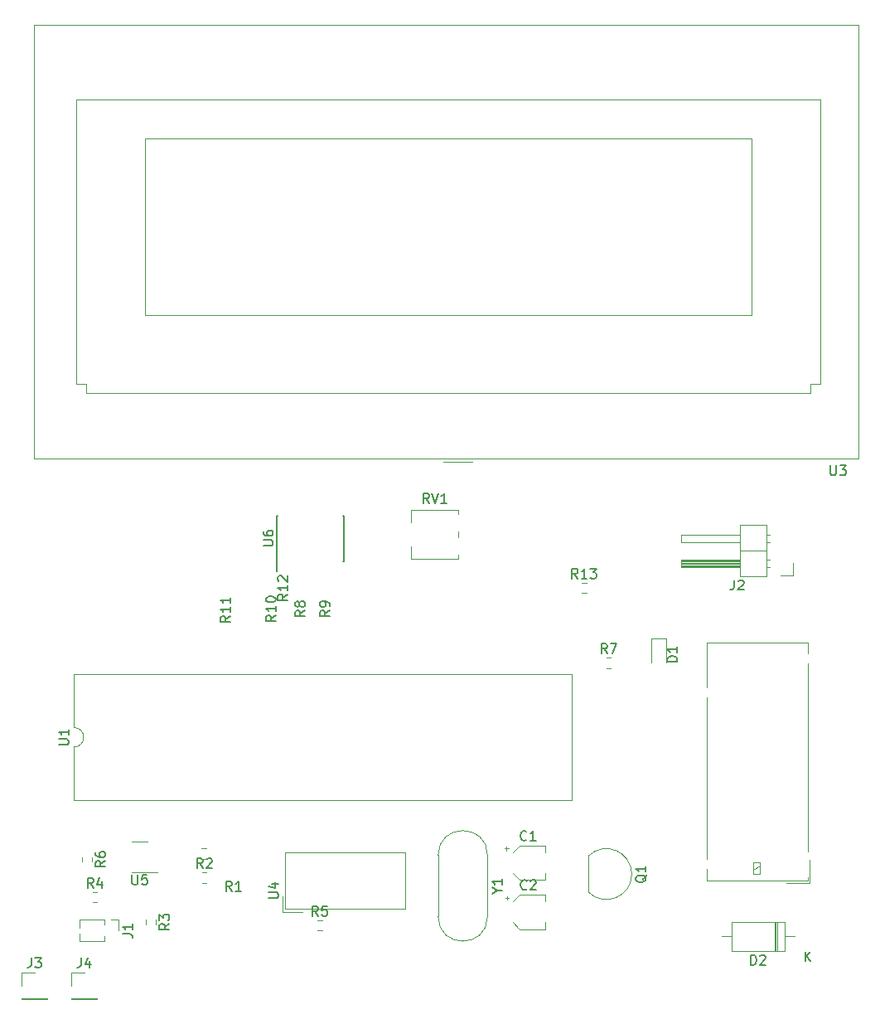
<source format=gbr>
%TF.GenerationSoftware,KiCad,Pcbnew,7.0.9-7.0.9~ubuntu22.04.1*%
%TF.CreationDate,2023-12-03T21:32:25-03:00*%
%TF.ProjectId,smart_watering_system,736d6172-745f-4776-9174-6572696e675f,rev?*%
%TF.SameCoordinates,Original*%
%TF.FileFunction,Legend,Top*%
%TF.FilePolarity,Positive*%
%FSLAX46Y46*%
G04 Gerber Fmt 4.6, Leading zero omitted, Abs format (unit mm)*
G04 Created by KiCad (PCBNEW 7.0.9-7.0.9~ubuntu22.04.1) date 2023-12-03 21:32:25*
%MOMM*%
%LPD*%
G01*
G04 APERTURE LIST*
%ADD10C,0.150000*%
%ADD11C,0.120000*%
G04 APERTURE END LIST*
D10*
X73326666Y-157144819D02*
X73326666Y-157859104D01*
X73326666Y-157859104D02*
X73279047Y-158001961D01*
X73279047Y-158001961D02*
X73183809Y-158097200D01*
X73183809Y-158097200D02*
X73040952Y-158144819D01*
X73040952Y-158144819D02*
X72945714Y-158144819D01*
X74231428Y-157478152D02*
X74231428Y-158144819D01*
X73993333Y-157097200D02*
X73755238Y-157811485D01*
X73755238Y-157811485D02*
X74374285Y-157811485D01*
X68246666Y-157144819D02*
X68246666Y-157859104D01*
X68246666Y-157859104D02*
X68199047Y-158001961D01*
X68199047Y-158001961D02*
X68103809Y-158097200D01*
X68103809Y-158097200D02*
X67960952Y-158144819D01*
X67960952Y-158144819D02*
X67865714Y-158144819D01*
X68627619Y-157144819D02*
X69246666Y-157144819D01*
X69246666Y-157144819D02*
X68913333Y-157525771D01*
X68913333Y-157525771D02*
X69056190Y-157525771D01*
X69056190Y-157525771D02*
X69151428Y-157573390D01*
X69151428Y-157573390D02*
X69199047Y-157621009D01*
X69199047Y-157621009D02*
X69246666Y-157716247D01*
X69246666Y-157716247D02*
X69246666Y-157954342D01*
X69246666Y-157954342D02*
X69199047Y-158049580D01*
X69199047Y-158049580D02*
X69151428Y-158097200D01*
X69151428Y-158097200D02*
X69056190Y-158144819D01*
X69056190Y-158144819D02*
X68770476Y-158144819D01*
X68770476Y-158144819D02*
X68675238Y-158097200D01*
X68675238Y-158097200D02*
X68627619Y-158049580D01*
X140061666Y-118564819D02*
X140061666Y-119279104D01*
X140061666Y-119279104D02*
X140014047Y-119421961D01*
X140014047Y-119421961D02*
X139918809Y-119517200D01*
X139918809Y-119517200D02*
X139775952Y-119564819D01*
X139775952Y-119564819D02*
X139680714Y-119564819D01*
X140490238Y-118660057D02*
X140537857Y-118612438D01*
X140537857Y-118612438D02*
X140633095Y-118564819D01*
X140633095Y-118564819D02*
X140871190Y-118564819D01*
X140871190Y-118564819D02*
X140966428Y-118612438D01*
X140966428Y-118612438D02*
X141014047Y-118660057D01*
X141014047Y-118660057D02*
X141061666Y-118755295D01*
X141061666Y-118755295D02*
X141061666Y-118850533D01*
X141061666Y-118850533D02*
X141014047Y-118993390D01*
X141014047Y-118993390D02*
X140442619Y-119564819D01*
X140442619Y-119564819D02*
X141061666Y-119564819D01*
X88564819Y-122243700D02*
X88088628Y-122577033D01*
X88564819Y-122815128D02*
X87564819Y-122815128D01*
X87564819Y-122815128D02*
X87564819Y-122434176D01*
X87564819Y-122434176D02*
X87612438Y-122338938D01*
X87612438Y-122338938D02*
X87660057Y-122291319D01*
X87660057Y-122291319D02*
X87755295Y-122243700D01*
X87755295Y-122243700D02*
X87898152Y-122243700D01*
X87898152Y-122243700D02*
X87993390Y-122291319D01*
X87993390Y-122291319D02*
X88041009Y-122338938D01*
X88041009Y-122338938D02*
X88088628Y-122434176D01*
X88088628Y-122434176D02*
X88088628Y-122815128D01*
X88564819Y-121291319D02*
X88564819Y-121862747D01*
X88564819Y-121577033D02*
X87564819Y-121577033D01*
X87564819Y-121577033D02*
X87707676Y-121672271D01*
X87707676Y-121672271D02*
X87802914Y-121767509D01*
X87802914Y-121767509D02*
X87850533Y-121862747D01*
X88564819Y-120338938D02*
X88564819Y-120910366D01*
X88564819Y-120624652D02*
X87564819Y-120624652D01*
X87564819Y-120624652D02*
X87707676Y-120719890D01*
X87707676Y-120719890D02*
X87802914Y-120815128D01*
X87802914Y-120815128D02*
X87850533Y-120910366D01*
X115842546Y-150270334D02*
X116318737Y-150270334D01*
X115318737Y-150603667D02*
X115842546Y-150270334D01*
X115842546Y-150270334D02*
X115318737Y-149937001D01*
X116318737Y-149079858D02*
X116318737Y-149651286D01*
X116318737Y-149365572D02*
X115318737Y-149365572D01*
X115318737Y-149365572D02*
X115461594Y-149460810D01*
X115461594Y-149460810D02*
X115556832Y-149556048D01*
X115556832Y-149556048D02*
X115604451Y-149651286D01*
X97558247Y-152855243D02*
X97224914Y-152379052D01*
X96986819Y-152855243D02*
X96986819Y-151855243D01*
X96986819Y-151855243D02*
X97367771Y-151855243D01*
X97367771Y-151855243D02*
X97463009Y-151902862D01*
X97463009Y-151902862D02*
X97510628Y-151950481D01*
X97510628Y-151950481D02*
X97558247Y-152045719D01*
X97558247Y-152045719D02*
X97558247Y-152188576D01*
X97558247Y-152188576D02*
X97510628Y-152283814D01*
X97510628Y-152283814D02*
X97463009Y-152331433D01*
X97463009Y-152331433D02*
X97367771Y-152379052D01*
X97367771Y-152379052D02*
X96986819Y-152379052D01*
X98463009Y-151855243D02*
X97986819Y-151855243D01*
X97986819Y-151855243D02*
X97939200Y-152331433D01*
X97939200Y-152331433D02*
X97986819Y-152283814D01*
X97986819Y-152283814D02*
X98082057Y-152236195D01*
X98082057Y-152236195D02*
X98320152Y-152236195D01*
X98320152Y-152236195D02*
X98415390Y-152283814D01*
X98415390Y-152283814D02*
X98463009Y-152331433D01*
X98463009Y-152331433D02*
X98510628Y-152426671D01*
X98510628Y-152426671D02*
X98510628Y-152664766D01*
X98510628Y-152664766D02*
X98463009Y-152760004D01*
X98463009Y-152760004D02*
X98415390Y-152807624D01*
X98415390Y-152807624D02*
X98320152Y-152855243D01*
X98320152Y-152855243D02*
X98082057Y-152855243D01*
X98082057Y-152855243D02*
X97986819Y-152807624D01*
X97986819Y-152807624D02*
X97939200Y-152760004D01*
X108884761Y-110714819D02*
X108551428Y-110238628D01*
X108313333Y-110714819D02*
X108313333Y-109714819D01*
X108313333Y-109714819D02*
X108694285Y-109714819D01*
X108694285Y-109714819D02*
X108789523Y-109762438D01*
X108789523Y-109762438D02*
X108837142Y-109810057D01*
X108837142Y-109810057D02*
X108884761Y-109905295D01*
X108884761Y-109905295D02*
X108884761Y-110048152D01*
X108884761Y-110048152D02*
X108837142Y-110143390D01*
X108837142Y-110143390D02*
X108789523Y-110191009D01*
X108789523Y-110191009D02*
X108694285Y-110238628D01*
X108694285Y-110238628D02*
X108313333Y-110238628D01*
X109170476Y-109714819D02*
X109503809Y-110714819D01*
X109503809Y-110714819D02*
X109837142Y-109714819D01*
X110694285Y-110714819D02*
X110122857Y-110714819D01*
X110408571Y-110714819D02*
X110408571Y-109714819D01*
X110408571Y-109714819D02*
X110313333Y-109857676D01*
X110313333Y-109857676D02*
X110218095Y-109952914D01*
X110218095Y-109952914D02*
X110122857Y-110000533D01*
X134247375Y-126901604D02*
X133247375Y-126901604D01*
X133247375Y-126901604D02*
X133247375Y-126663509D01*
X133247375Y-126663509D02*
X133294994Y-126520652D01*
X133294994Y-126520652D02*
X133390232Y-126425414D01*
X133390232Y-126425414D02*
X133485470Y-126377795D01*
X133485470Y-126377795D02*
X133675946Y-126330176D01*
X133675946Y-126330176D02*
X133818803Y-126330176D01*
X133818803Y-126330176D02*
X134009279Y-126377795D01*
X134009279Y-126377795D02*
X134104517Y-126425414D01*
X134104517Y-126425414D02*
X134199756Y-126520652D01*
X134199756Y-126520652D02*
X134247375Y-126663509D01*
X134247375Y-126663509D02*
X134247375Y-126901604D01*
X134247375Y-125377795D02*
X134247375Y-125949223D01*
X134247375Y-125663509D02*
X133247375Y-125663509D01*
X133247375Y-125663509D02*
X133390232Y-125758747D01*
X133390232Y-125758747D02*
X133485470Y-125853985D01*
X133485470Y-125853985D02*
X133533089Y-125949223D01*
X94434819Y-120022857D02*
X93958628Y-120356190D01*
X94434819Y-120594285D02*
X93434819Y-120594285D01*
X93434819Y-120594285D02*
X93434819Y-120213333D01*
X93434819Y-120213333D02*
X93482438Y-120118095D01*
X93482438Y-120118095D02*
X93530057Y-120070476D01*
X93530057Y-120070476D02*
X93625295Y-120022857D01*
X93625295Y-120022857D02*
X93768152Y-120022857D01*
X93768152Y-120022857D02*
X93863390Y-120070476D01*
X93863390Y-120070476D02*
X93911009Y-120118095D01*
X93911009Y-120118095D02*
X93958628Y-120213333D01*
X93958628Y-120213333D02*
X93958628Y-120594285D01*
X94434819Y-119070476D02*
X94434819Y-119641904D01*
X94434819Y-119356190D02*
X93434819Y-119356190D01*
X93434819Y-119356190D02*
X93577676Y-119451428D01*
X93577676Y-119451428D02*
X93672914Y-119546666D01*
X93672914Y-119546666D02*
X93720533Y-119641904D01*
X93530057Y-118689523D02*
X93482438Y-118641904D01*
X93482438Y-118641904D02*
X93434819Y-118546666D01*
X93434819Y-118546666D02*
X93434819Y-118308571D01*
X93434819Y-118308571D02*
X93482438Y-118213333D01*
X93482438Y-118213333D02*
X93530057Y-118165714D01*
X93530057Y-118165714D02*
X93625295Y-118118095D01*
X93625295Y-118118095D02*
X93720533Y-118118095D01*
X93720533Y-118118095D02*
X93863390Y-118165714D01*
X93863390Y-118165714D02*
X94434819Y-118737142D01*
X94434819Y-118737142D02*
X94434819Y-118118095D01*
X93204819Y-122155357D02*
X92728628Y-122488690D01*
X93204819Y-122726785D02*
X92204819Y-122726785D01*
X92204819Y-122726785D02*
X92204819Y-122345833D01*
X92204819Y-122345833D02*
X92252438Y-122250595D01*
X92252438Y-122250595D02*
X92300057Y-122202976D01*
X92300057Y-122202976D02*
X92395295Y-122155357D01*
X92395295Y-122155357D02*
X92538152Y-122155357D01*
X92538152Y-122155357D02*
X92633390Y-122202976D01*
X92633390Y-122202976D02*
X92681009Y-122250595D01*
X92681009Y-122250595D02*
X92728628Y-122345833D01*
X92728628Y-122345833D02*
X92728628Y-122726785D01*
X93204819Y-121202976D02*
X93204819Y-121774404D01*
X93204819Y-121488690D02*
X92204819Y-121488690D01*
X92204819Y-121488690D02*
X92347676Y-121583928D01*
X92347676Y-121583928D02*
X92442914Y-121679166D01*
X92442914Y-121679166D02*
X92490533Y-121774404D01*
X92204819Y-120583928D02*
X92204819Y-120488690D01*
X92204819Y-120488690D02*
X92252438Y-120393452D01*
X92252438Y-120393452D02*
X92300057Y-120345833D01*
X92300057Y-120345833D02*
X92395295Y-120298214D01*
X92395295Y-120298214D02*
X92585771Y-120250595D01*
X92585771Y-120250595D02*
X92823866Y-120250595D01*
X92823866Y-120250595D02*
X93014342Y-120298214D01*
X93014342Y-120298214D02*
X93109580Y-120345833D01*
X93109580Y-120345833D02*
X93157200Y-120393452D01*
X93157200Y-120393452D02*
X93204819Y-120488690D01*
X93204819Y-120488690D02*
X93204819Y-120583928D01*
X93204819Y-120583928D02*
X93157200Y-120679166D01*
X93157200Y-120679166D02*
X93109580Y-120726785D01*
X93109580Y-120726785D02*
X93014342Y-120774404D01*
X93014342Y-120774404D02*
X92823866Y-120822023D01*
X92823866Y-120822023D02*
X92585771Y-120822023D01*
X92585771Y-120822023D02*
X92395295Y-120774404D01*
X92395295Y-120774404D02*
X92300057Y-120726785D01*
X92300057Y-120726785D02*
X92252438Y-120679166D01*
X92252438Y-120679166D02*
X92204819Y-120583928D01*
X98724819Y-121679166D02*
X98248628Y-122012499D01*
X98724819Y-122250594D02*
X97724819Y-122250594D01*
X97724819Y-122250594D02*
X97724819Y-121869642D01*
X97724819Y-121869642D02*
X97772438Y-121774404D01*
X97772438Y-121774404D02*
X97820057Y-121726785D01*
X97820057Y-121726785D02*
X97915295Y-121679166D01*
X97915295Y-121679166D02*
X98058152Y-121679166D01*
X98058152Y-121679166D02*
X98153390Y-121726785D01*
X98153390Y-121726785D02*
X98201009Y-121774404D01*
X98201009Y-121774404D02*
X98248628Y-121869642D01*
X98248628Y-121869642D02*
X98248628Y-122250594D01*
X98724819Y-121202975D02*
X98724819Y-121012499D01*
X98724819Y-121012499D02*
X98677200Y-120917261D01*
X98677200Y-120917261D02*
X98629580Y-120869642D01*
X98629580Y-120869642D02*
X98486723Y-120774404D01*
X98486723Y-120774404D02*
X98296247Y-120726785D01*
X98296247Y-120726785D02*
X97915295Y-120726785D01*
X97915295Y-120726785D02*
X97820057Y-120774404D01*
X97820057Y-120774404D02*
X97772438Y-120822023D01*
X97772438Y-120822023D02*
X97724819Y-120917261D01*
X97724819Y-120917261D02*
X97724819Y-121107737D01*
X97724819Y-121107737D02*
X97772438Y-121202975D01*
X97772438Y-121202975D02*
X97820057Y-121250594D01*
X97820057Y-121250594D02*
X97915295Y-121298213D01*
X97915295Y-121298213D02*
X98153390Y-121298213D01*
X98153390Y-121298213D02*
X98248628Y-121250594D01*
X98248628Y-121250594D02*
X98296247Y-121202975D01*
X98296247Y-121202975D02*
X98343866Y-121107737D01*
X98343866Y-121107737D02*
X98343866Y-120917261D01*
X98343866Y-120917261D02*
X98296247Y-120822023D01*
X98296247Y-120822023D02*
X98248628Y-120774404D01*
X98248628Y-120774404D02*
X98153390Y-120726785D01*
X96214819Y-121679166D02*
X95738628Y-122012499D01*
X96214819Y-122250594D02*
X95214819Y-122250594D01*
X95214819Y-122250594D02*
X95214819Y-121869642D01*
X95214819Y-121869642D02*
X95262438Y-121774404D01*
X95262438Y-121774404D02*
X95310057Y-121726785D01*
X95310057Y-121726785D02*
X95405295Y-121679166D01*
X95405295Y-121679166D02*
X95548152Y-121679166D01*
X95548152Y-121679166D02*
X95643390Y-121726785D01*
X95643390Y-121726785D02*
X95691009Y-121774404D01*
X95691009Y-121774404D02*
X95738628Y-121869642D01*
X95738628Y-121869642D02*
X95738628Y-122250594D01*
X95643390Y-121107737D02*
X95595771Y-121202975D01*
X95595771Y-121202975D02*
X95548152Y-121250594D01*
X95548152Y-121250594D02*
X95452914Y-121298213D01*
X95452914Y-121298213D02*
X95405295Y-121298213D01*
X95405295Y-121298213D02*
X95310057Y-121250594D01*
X95310057Y-121250594D02*
X95262438Y-121202975D01*
X95262438Y-121202975D02*
X95214819Y-121107737D01*
X95214819Y-121107737D02*
X95214819Y-120917261D01*
X95214819Y-120917261D02*
X95262438Y-120822023D01*
X95262438Y-120822023D02*
X95310057Y-120774404D01*
X95310057Y-120774404D02*
X95405295Y-120726785D01*
X95405295Y-120726785D02*
X95452914Y-120726785D01*
X95452914Y-120726785D02*
X95548152Y-120774404D01*
X95548152Y-120774404D02*
X95595771Y-120822023D01*
X95595771Y-120822023D02*
X95643390Y-120917261D01*
X95643390Y-120917261D02*
X95643390Y-121107737D01*
X95643390Y-121107737D02*
X95691009Y-121202975D01*
X95691009Y-121202975D02*
X95738628Y-121250594D01*
X95738628Y-121250594D02*
X95833866Y-121298213D01*
X95833866Y-121298213D02*
X96024342Y-121298213D01*
X96024342Y-121298213D02*
X96119580Y-121250594D01*
X96119580Y-121250594D02*
X96167200Y-121202975D01*
X96167200Y-121202975D02*
X96214819Y-121107737D01*
X96214819Y-121107737D02*
X96214819Y-120917261D01*
X96214819Y-120917261D02*
X96167200Y-120822023D01*
X96167200Y-120822023D02*
X96119580Y-120774404D01*
X96119580Y-120774404D02*
X96024342Y-120726785D01*
X96024342Y-120726785D02*
X95833866Y-120726785D01*
X95833866Y-120726785D02*
X95738628Y-120774404D01*
X95738628Y-120774404D02*
X95691009Y-120822023D01*
X95691009Y-120822023D02*
X95643390Y-120917261D01*
X91934819Y-115061904D02*
X92744342Y-115061904D01*
X92744342Y-115061904D02*
X92839580Y-115014285D01*
X92839580Y-115014285D02*
X92887200Y-114966666D01*
X92887200Y-114966666D02*
X92934819Y-114871428D01*
X92934819Y-114871428D02*
X92934819Y-114680952D01*
X92934819Y-114680952D02*
X92887200Y-114585714D01*
X92887200Y-114585714D02*
X92839580Y-114538095D01*
X92839580Y-114538095D02*
X92744342Y-114490476D01*
X92744342Y-114490476D02*
X91934819Y-114490476D01*
X91934819Y-113585714D02*
X91934819Y-113776190D01*
X91934819Y-113776190D02*
X91982438Y-113871428D01*
X91982438Y-113871428D02*
X92030057Y-113919047D01*
X92030057Y-113919047D02*
X92172914Y-114014285D01*
X92172914Y-114014285D02*
X92363390Y-114061904D01*
X92363390Y-114061904D02*
X92744342Y-114061904D01*
X92744342Y-114061904D02*
X92839580Y-114014285D01*
X92839580Y-114014285D02*
X92887200Y-113966666D01*
X92887200Y-113966666D02*
X92934819Y-113871428D01*
X92934819Y-113871428D02*
X92934819Y-113680952D01*
X92934819Y-113680952D02*
X92887200Y-113585714D01*
X92887200Y-113585714D02*
X92839580Y-113538095D01*
X92839580Y-113538095D02*
X92744342Y-113490476D01*
X92744342Y-113490476D02*
X92506247Y-113490476D01*
X92506247Y-113490476D02*
X92411009Y-113538095D01*
X92411009Y-113538095D02*
X92363390Y-113585714D01*
X92363390Y-113585714D02*
X92315771Y-113680952D01*
X92315771Y-113680952D02*
X92315771Y-113871428D01*
X92315771Y-113871428D02*
X92363390Y-113966666D01*
X92363390Y-113966666D02*
X92411009Y-114014285D01*
X92411009Y-114014285D02*
X92506247Y-114061904D01*
X78539820Y-148659430D02*
X78539820Y-149468953D01*
X78539820Y-149468953D02*
X78587439Y-149564191D01*
X78587439Y-149564191D02*
X78635058Y-149611811D01*
X78635058Y-149611811D02*
X78730296Y-149659430D01*
X78730296Y-149659430D02*
X78920772Y-149659430D01*
X78920772Y-149659430D02*
X79016010Y-149611811D01*
X79016010Y-149611811D02*
X79063629Y-149564191D01*
X79063629Y-149564191D02*
X79111248Y-149468953D01*
X79111248Y-149468953D02*
X79111248Y-148659430D01*
X80063629Y-148659430D02*
X79587439Y-148659430D01*
X79587439Y-148659430D02*
X79539820Y-149135620D01*
X79539820Y-149135620D02*
X79587439Y-149088001D01*
X79587439Y-149088001D02*
X79682677Y-149040382D01*
X79682677Y-149040382D02*
X79920772Y-149040382D01*
X79920772Y-149040382D02*
X80016010Y-149088001D01*
X80016010Y-149088001D02*
X80063629Y-149135620D01*
X80063629Y-149135620D02*
X80111248Y-149230858D01*
X80111248Y-149230858D02*
X80111248Y-149468953D01*
X80111248Y-149468953D02*
X80063629Y-149564191D01*
X80063629Y-149564191D02*
X80016010Y-149611811D01*
X80016010Y-149611811D02*
X79920772Y-149659430D01*
X79920772Y-149659430D02*
X79682677Y-149659430D01*
X79682677Y-149659430D02*
X79587439Y-149611811D01*
X79587439Y-149611811D02*
X79539820Y-149564191D01*
X92487958Y-151043594D02*
X93297481Y-151043594D01*
X93297481Y-151043594D02*
X93392719Y-150995975D01*
X93392719Y-150995975D02*
X93440339Y-150948356D01*
X93440339Y-150948356D02*
X93487958Y-150853118D01*
X93487958Y-150853118D02*
X93487958Y-150662642D01*
X93487958Y-150662642D02*
X93440339Y-150567404D01*
X93440339Y-150567404D02*
X93392719Y-150519785D01*
X93392719Y-150519785D02*
X93297481Y-150472166D01*
X93297481Y-150472166D02*
X92487958Y-150472166D01*
X92821291Y-149567404D02*
X93487958Y-149567404D01*
X92440339Y-149805499D02*
X93154624Y-150043594D01*
X93154624Y-150043594D02*
X93154624Y-149424547D01*
X149908095Y-106864819D02*
X149908095Y-107674342D01*
X149908095Y-107674342D02*
X149955714Y-107769580D01*
X149955714Y-107769580D02*
X150003333Y-107817200D01*
X150003333Y-107817200D02*
X150098571Y-107864819D01*
X150098571Y-107864819D02*
X150289047Y-107864819D01*
X150289047Y-107864819D02*
X150384285Y-107817200D01*
X150384285Y-107817200D02*
X150431904Y-107769580D01*
X150431904Y-107769580D02*
X150479523Y-107674342D01*
X150479523Y-107674342D02*
X150479523Y-106864819D01*
X150860476Y-106864819D02*
X151479523Y-106864819D01*
X151479523Y-106864819D02*
X151146190Y-107245771D01*
X151146190Y-107245771D02*
X151289047Y-107245771D01*
X151289047Y-107245771D02*
X151384285Y-107293390D01*
X151384285Y-107293390D02*
X151431904Y-107341009D01*
X151431904Y-107341009D02*
X151479523Y-107436247D01*
X151479523Y-107436247D02*
X151479523Y-107674342D01*
X151479523Y-107674342D02*
X151431904Y-107769580D01*
X151431904Y-107769580D02*
X151384285Y-107817200D01*
X151384285Y-107817200D02*
X151289047Y-107864819D01*
X151289047Y-107864819D02*
X151003333Y-107864819D01*
X151003333Y-107864819D02*
X150908095Y-107817200D01*
X150908095Y-107817200D02*
X150860476Y-107769580D01*
X71044819Y-135381904D02*
X71854342Y-135381904D01*
X71854342Y-135381904D02*
X71949580Y-135334285D01*
X71949580Y-135334285D02*
X71997200Y-135286666D01*
X71997200Y-135286666D02*
X72044819Y-135191428D01*
X72044819Y-135191428D02*
X72044819Y-135000952D01*
X72044819Y-135000952D02*
X71997200Y-134905714D01*
X71997200Y-134905714D02*
X71949580Y-134858095D01*
X71949580Y-134858095D02*
X71854342Y-134810476D01*
X71854342Y-134810476D02*
X71044819Y-134810476D01*
X72044819Y-133810476D02*
X72044819Y-134381904D01*
X72044819Y-134096190D02*
X71044819Y-134096190D01*
X71044819Y-134096190D02*
X71187676Y-134191428D01*
X71187676Y-134191428D02*
X71282914Y-134286666D01*
X71282914Y-134286666D02*
X71330533Y-134381904D01*
X124077142Y-118404819D02*
X123743809Y-117928628D01*
X123505714Y-118404819D02*
X123505714Y-117404819D01*
X123505714Y-117404819D02*
X123886666Y-117404819D01*
X123886666Y-117404819D02*
X123981904Y-117452438D01*
X123981904Y-117452438D02*
X124029523Y-117500057D01*
X124029523Y-117500057D02*
X124077142Y-117595295D01*
X124077142Y-117595295D02*
X124077142Y-117738152D01*
X124077142Y-117738152D02*
X124029523Y-117833390D01*
X124029523Y-117833390D02*
X123981904Y-117881009D01*
X123981904Y-117881009D02*
X123886666Y-117928628D01*
X123886666Y-117928628D02*
X123505714Y-117928628D01*
X125029523Y-118404819D02*
X124458095Y-118404819D01*
X124743809Y-118404819D02*
X124743809Y-117404819D01*
X124743809Y-117404819D02*
X124648571Y-117547676D01*
X124648571Y-117547676D02*
X124553333Y-117642914D01*
X124553333Y-117642914D02*
X124458095Y-117690533D01*
X125362857Y-117404819D02*
X125981904Y-117404819D01*
X125981904Y-117404819D02*
X125648571Y-117785771D01*
X125648571Y-117785771D02*
X125791428Y-117785771D01*
X125791428Y-117785771D02*
X125886666Y-117833390D01*
X125886666Y-117833390D02*
X125934285Y-117881009D01*
X125934285Y-117881009D02*
X125981904Y-117976247D01*
X125981904Y-117976247D02*
X125981904Y-118214342D01*
X125981904Y-118214342D02*
X125934285Y-118309580D01*
X125934285Y-118309580D02*
X125886666Y-118357200D01*
X125886666Y-118357200D02*
X125791428Y-118404819D01*
X125791428Y-118404819D02*
X125505714Y-118404819D01*
X125505714Y-118404819D02*
X125410476Y-118357200D01*
X125410476Y-118357200D02*
X125362857Y-118309580D01*
X127081352Y-126062109D02*
X126748019Y-125585918D01*
X126509924Y-126062109D02*
X126509924Y-125062109D01*
X126509924Y-125062109D02*
X126890876Y-125062109D01*
X126890876Y-125062109D02*
X126986114Y-125109728D01*
X126986114Y-125109728D02*
X127033733Y-125157347D01*
X127033733Y-125157347D02*
X127081352Y-125252585D01*
X127081352Y-125252585D02*
X127081352Y-125395442D01*
X127081352Y-125395442D02*
X127033733Y-125490680D01*
X127033733Y-125490680D02*
X126986114Y-125538299D01*
X126986114Y-125538299D02*
X126890876Y-125585918D01*
X126890876Y-125585918D02*
X126509924Y-125585918D01*
X127414686Y-125062109D02*
X128081352Y-125062109D01*
X128081352Y-125062109D02*
X127652781Y-126062109D01*
X75804819Y-147257105D02*
X75328628Y-147590438D01*
X75804819Y-147828533D02*
X74804819Y-147828533D01*
X74804819Y-147828533D02*
X74804819Y-147447581D01*
X74804819Y-147447581D02*
X74852438Y-147352343D01*
X74852438Y-147352343D02*
X74900057Y-147304724D01*
X74900057Y-147304724D02*
X74995295Y-147257105D01*
X74995295Y-147257105D02*
X75138152Y-147257105D01*
X75138152Y-147257105D02*
X75233390Y-147304724D01*
X75233390Y-147304724D02*
X75281009Y-147352343D01*
X75281009Y-147352343D02*
X75328628Y-147447581D01*
X75328628Y-147447581D02*
X75328628Y-147828533D01*
X74804819Y-146399962D02*
X74804819Y-146590438D01*
X74804819Y-146590438D02*
X74852438Y-146685676D01*
X74852438Y-146685676D02*
X74900057Y-146733295D01*
X74900057Y-146733295D02*
X75042914Y-146828533D01*
X75042914Y-146828533D02*
X75233390Y-146876152D01*
X75233390Y-146876152D02*
X75614342Y-146876152D01*
X75614342Y-146876152D02*
X75709580Y-146828533D01*
X75709580Y-146828533D02*
X75757200Y-146780914D01*
X75757200Y-146780914D02*
X75804819Y-146685676D01*
X75804819Y-146685676D02*
X75804819Y-146495200D01*
X75804819Y-146495200D02*
X75757200Y-146399962D01*
X75757200Y-146399962D02*
X75709580Y-146352343D01*
X75709580Y-146352343D02*
X75614342Y-146304724D01*
X75614342Y-146304724D02*
X75376247Y-146304724D01*
X75376247Y-146304724D02*
X75281009Y-146352343D01*
X75281009Y-146352343D02*
X75233390Y-146399962D01*
X75233390Y-146399962D02*
X75185771Y-146495200D01*
X75185771Y-146495200D02*
X75185771Y-146685676D01*
X75185771Y-146685676D02*
X75233390Y-146780914D01*
X75233390Y-146780914D02*
X75281009Y-146828533D01*
X75281009Y-146828533D02*
X75376247Y-146876152D01*
X74581958Y-149988870D02*
X74248625Y-149512679D01*
X74010530Y-149988870D02*
X74010530Y-148988870D01*
X74010530Y-148988870D02*
X74391482Y-148988870D01*
X74391482Y-148988870D02*
X74486720Y-149036489D01*
X74486720Y-149036489D02*
X74534339Y-149084108D01*
X74534339Y-149084108D02*
X74581958Y-149179346D01*
X74581958Y-149179346D02*
X74581958Y-149322203D01*
X74581958Y-149322203D02*
X74534339Y-149417441D01*
X74534339Y-149417441D02*
X74486720Y-149465060D01*
X74486720Y-149465060D02*
X74391482Y-149512679D01*
X74391482Y-149512679D02*
X74010530Y-149512679D01*
X75439101Y-149322203D02*
X75439101Y-149988870D01*
X75201006Y-148941251D02*
X74962911Y-149655536D01*
X74962911Y-149655536D02*
X75581958Y-149655536D01*
X82336295Y-153650236D02*
X81860104Y-153983569D01*
X82336295Y-154221664D02*
X81336295Y-154221664D01*
X81336295Y-154221664D02*
X81336295Y-153840712D01*
X81336295Y-153840712D02*
X81383914Y-153745474D01*
X81383914Y-153745474D02*
X81431533Y-153697855D01*
X81431533Y-153697855D02*
X81526771Y-153650236D01*
X81526771Y-153650236D02*
X81669628Y-153650236D01*
X81669628Y-153650236D02*
X81764866Y-153697855D01*
X81764866Y-153697855D02*
X81812485Y-153745474D01*
X81812485Y-153745474D02*
X81860104Y-153840712D01*
X81860104Y-153840712D02*
X81860104Y-154221664D01*
X81336295Y-153316902D02*
X81336295Y-152697855D01*
X81336295Y-152697855D02*
X81717247Y-153031188D01*
X81717247Y-153031188D02*
X81717247Y-152888331D01*
X81717247Y-152888331D02*
X81764866Y-152793093D01*
X81764866Y-152793093D02*
X81812485Y-152745474D01*
X81812485Y-152745474D02*
X81907723Y-152697855D01*
X81907723Y-152697855D02*
X82145818Y-152697855D01*
X82145818Y-152697855D02*
X82241056Y-152745474D01*
X82241056Y-152745474D02*
X82288676Y-152793093D01*
X82288676Y-152793093D02*
X82336295Y-152888331D01*
X82336295Y-152888331D02*
X82336295Y-153174045D01*
X82336295Y-153174045D02*
X82288676Y-153269283D01*
X82288676Y-153269283D02*
X82241056Y-153316902D01*
X85756782Y-147990106D02*
X85423449Y-147513915D01*
X85185354Y-147990106D02*
X85185354Y-146990106D01*
X85185354Y-146990106D02*
X85566306Y-146990106D01*
X85566306Y-146990106D02*
X85661544Y-147037725D01*
X85661544Y-147037725D02*
X85709163Y-147085344D01*
X85709163Y-147085344D02*
X85756782Y-147180582D01*
X85756782Y-147180582D02*
X85756782Y-147323439D01*
X85756782Y-147323439D02*
X85709163Y-147418677D01*
X85709163Y-147418677D02*
X85661544Y-147466296D01*
X85661544Y-147466296D02*
X85566306Y-147513915D01*
X85566306Y-147513915D02*
X85185354Y-147513915D01*
X86137735Y-147085344D02*
X86185354Y-147037725D01*
X86185354Y-147037725D02*
X86280592Y-146990106D01*
X86280592Y-146990106D02*
X86518687Y-146990106D01*
X86518687Y-146990106D02*
X86613925Y-147037725D01*
X86613925Y-147037725D02*
X86661544Y-147085344D01*
X86661544Y-147085344D02*
X86709163Y-147180582D01*
X86709163Y-147180582D02*
X86709163Y-147275820D01*
X86709163Y-147275820D02*
X86661544Y-147418677D01*
X86661544Y-147418677D02*
X86090116Y-147990106D01*
X86090116Y-147990106D02*
X86709163Y-147990106D01*
X88733333Y-150314819D02*
X88400000Y-149838628D01*
X88161905Y-150314819D02*
X88161905Y-149314819D01*
X88161905Y-149314819D02*
X88542857Y-149314819D01*
X88542857Y-149314819D02*
X88638095Y-149362438D01*
X88638095Y-149362438D02*
X88685714Y-149410057D01*
X88685714Y-149410057D02*
X88733333Y-149505295D01*
X88733333Y-149505295D02*
X88733333Y-149648152D01*
X88733333Y-149648152D02*
X88685714Y-149743390D01*
X88685714Y-149743390D02*
X88638095Y-149791009D01*
X88638095Y-149791009D02*
X88542857Y-149838628D01*
X88542857Y-149838628D02*
X88161905Y-149838628D01*
X89685714Y-150314819D02*
X89114286Y-150314819D01*
X89400000Y-150314819D02*
X89400000Y-149314819D01*
X89400000Y-149314819D02*
X89304762Y-149457676D01*
X89304762Y-149457676D02*
X89209524Y-149552914D01*
X89209524Y-149552914D02*
X89114286Y-149600533D01*
X131110057Y-148685238D02*
X131062438Y-148780476D01*
X131062438Y-148780476D02*
X130967200Y-148875714D01*
X130967200Y-148875714D02*
X130824342Y-149018571D01*
X130824342Y-149018571D02*
X130776723Y-149113809D01*
X130776723Y-149113809D02*
X130776723Y-149209047D01*
X131014819Y-149161428D02*
X130967200Y-149256666D01*
X130967200Y-149256666D02*
X130871961Y-149351904D01*
X130871961Y-149351904D02*
X130681485Y-149399523D01*
X130681485Y-149399523D02*
X130348152Y-149399523D01*
X130348152Y-149399523D02*
X130157676Y-149351904D01*
X130157676Y-149351904D02*
X130062438Y-149256666D01*
X130062438Y-149256666D02*
X130014819Y-149161428D01*
X130014819Y-149161428D02*
X130014819Y-148970952D01*
X130014819Y-148970952D02*
X130062438Y-148875714D01*
X130062438Y-148875714D02*
X130157676Y-148780476D01*
X130157676Y-148780476D02*
X130348152Y-148732857D01*
X130348152Y-148732857D02*
X130681485Y-148732857D01*
X130681485Y-148732857D02*
X130871961Y-148780476D01*
X130871961Y-148780476D02*
X130967200Y-148875714D01*
X130967200Y-148875714D02*
X131014819Y-148970952D01*
X131014819Y-148970952D02*
X131014819Y-149161428D01*
X131014819Y-147780476D02*
X131014819Y-148351904D01*
X131014819Y-148066190D02*
X130014819Y-148066190D01*
X130014819Y-148066190D02*
X130157676Y-148161428D01*
X130157676Y-148161428D02*
X130252914Y-148256666D01*
X130252914Y-148256666D02*
X130300533Y-148351904D01*
X77584420Y-154678123D02*
X78298705Y-154678123D01*
X78298705Y-154678123D02*
X78441562Y-154725742D01*
X78441562Y-154725742D02*
X78536801Y-154820980D01*
X78536801Y-154820980D02*
X78584420Y-154963837D01*
X78584420Y-154963837D02*
X78584420Y-155059075D01*
X78584420Y-153678123D02*
X78584420Y-154249551D01*
X78584420Y-153963837D02*
X77584420Y-153963837D01*
X77584420Y-153963837D02*
X77727277Y-154059075D01*
X77727277Y-154059075D02*
X77822515Y-154154313D01*
X77822515Y-154154313D02*
X77870134Y-154249551D01*
X141761905Y-157864819D02*
X141761905Y-156864819D01*
X141761905Y-156864819D02*
X142000000Y-156864819D01*
X142000000Y-156864819D02*
X142142857Y-156912438D01*
X142142857Y-156912438D02*
X142238095Y-157007676D01*
X142238095Y-157007676D02*
X142285714Y-157102914D01*
X142285714Y-157102914D02*
X142333333Y-157293390D01*
X142333333Y-157293390D02*
X142333333Y-157436247D01*
X142333333Y-157436247D02*
X142285714Y-157626723D01*
X142285714Y-157626723D02*
X142238095Y-157721961D01*
X142238095Y-157721961D02*
X142142857Y-157817200D01*
X142142857Y-157817200D02*
X142000000Y-157864819D01*
X142000000Y-157864819D02*
X141761905Y-157864819D01*
X142714286Y-156960057D02*
X142761905Y-156912438D01*
X142761905Y-156912438D02*
X142857143Y-156864819D01*
X142857143Y-156864819D02*
X143095238Y-156864819D01*
X143095238Y-156864819D02*
X143190476Y-156912438D01*
X143190476Y-156912438D02*
X143238095Y-156960057D01*
X143238095Y-156960057D02*
X143285714Y-157055295D01*
X143285714Y-157055295D02*
X143285714Y-157150533D01*
X143285714Y-157150533D02*
X143238095Y-157293390D01*
X143238095Y-157293390D02*
X142666667Y-157864819D01*
X142666667Y-157864819D02*
X143285714Y-157864819D01*
X147318095Y-157494819D02*
X147318095Y-156494819D01*
X147889523Y-157494819D02*
X147460952Y-156923390D01*
X147889523Y-156494819D02*
X147318095Y-157066247D01*
X118872461Y-150106802D02*
X118824842Y-150154422D01*
X118824842Y-150154422D02*
X118681985Y-150202041D01*
X118681985Y-150202041D02*
X118586747Y-150202041D01*
X118586747Y-150202041D02*
X118443890Y-150154422D01*
X118443890Y-150154422D02*
X118348652Y-150059183D01*
X118348652Y-150059183D02*
X118301033Y-149963945D01*
X118301033Y-149963945D02*
X118253414Y-149773469D01*
X118253414Y-149773469D02*
X118253414Y-149630612D01*
X118253414Y-149630612D02*
X118301033Y-149440136D01*
X118301033Y-149440136D02*
X118348652Y-149344898D01*
X118348652Y-149344898D02*
X118443890Y-149249660D01*
X118443890Y-149249660D02*
X118586747Y-149202041D01*
X118586747Y-149202041D02*
X118681985Y-149202041D01*
X118681985Y-149202041D02*
X118824842Y-149249660D01*
X118824842Y-149249660D02*
X118872461Y-149297279D01*
X119253414Y-149297279D02*
X119301033Y-149249660D01*
X119301033Y-149249660D02*
X119396271Y-149202041D01*
X119396271Y-149202041D02*
X119634366Y-149202041D01*
X119634366Y-149202041D02*
X119729604Y-149249660D01*
X119729604Y-149249660D02*
X119777223Y-149297279D01*
X119777223Y-149297279D02*
X119824842Y-149392517D01*
X119824842Y-149392517D02*
X119824842Y-149487755D01*
X119824842Y-149487755D02*
X119777223Y-149630612D01*
X119777223Y-149630612D02*
X119205795Y-150202041D01*
X119205795Y-150202041D02*
X119824842Y-150202041D01*
X118840194Y-145081915D02*
X118792575Y-145129535D01*
X118792575Y-145129535D02*
X118649718Y-145177154D01*
X118649718Y-145177154D02*
X118554480Y-145177154D01*
X118554480Y-145177154D02*
X118411623Y-145129535D01*
X118411623Y-145129535D02*
X118316385Y-145034296D01*
X118316385Y-145034296D02*
X118268766Y-144939058D01*
X118268766Y-144939058D02*
X118221147Y-144748582D01*
X118221147Y-144748582D02*
X118221147Y-144605725D01*
X118221147Y-144605725D02*
X118268766Y-144415249D01*
X118268766Y-144415249D02*
X118316385Y-144320011D01*
X118316385Y-144320011D02*
X118411623Y-144224773D01*
X118411623Y-144224773D02*
X118554480Y-144177154D01*
X118554480Y-144177154D02*
X118649718Y-144177154D01*
X118649718Y-144177154D02*
X118792575Y-144224773D01*
X118792575Y-144224773D02*
X118840194Y-144272392D01*
X119792575Y-145177154D02*
X119221147Y-145177154D01*
X119506861Y-145177154D02*
X119506861Y-144177154D01*
X119506861Y-144177154D02*
X119411623Y-144320011D01*
X119411623Y-144320011D02*
X119316385Y-144415249D01*
X119316385Y-144415249D02*
X119221147Y-144462868D01*
D11*
%TO.C,J4*%
X72330000Y-160020000D02*
X72330000Y-158690000D01*
X72330000Y-161290000D02*
X72330000Y-161350000D01*
X74990000Y-161290000D02*
X74990000Y-161350000D01*
X72330000Y-161350000D02*
X74990000Y-161350000D01*
X72330000Y-161290000D02*
X74990000Y-161290000D01*
X72330000Y-158690000D02*
X73660000Y-158690000D01*
%TO.C,J3*%
X67250000Y-160020000D02*
X67250000Y-158690000D01*
X67250000Y-161290000D02*
X67250000Y-161350000D01*
X69910000Y-161290000D02*
X69910000Y-161350000D01*
X67250000Y-161350000D02*
X69910000Y-161350000D01*
X67250000Y-161290000D02*
X69910000Y-161290000D01*
X67250000Y-158690000D02*
X68580000Y-158690000D01*
%TO.C,J2*%
X140680000Y-116680000D02*
X134680000Y-116680000D01*
X134680000Y-113920000D02*
X140680000Y-113920000D01*
X146050000Y-118110000D02*
X144780000Y-118110000D01*
X140680000Y-116920000D02*
X134680000Y-116920000D01*
X140680000Y-117220000D02*
X134680000Y-117220000D01*
X134680000Y-116460000D02*
X140680000Y-116460000D01*
X140680000Y-118170000D02*
X143340000Y-118170000D01*
X143340000Y-118170000D02*
X143340000Y-112970000D01*
X140680000Y-117040000D02*
X134680000Y-117040000D01*
X134680000Y-117220000D02*
X134680000Y-116460000D01*
X140680000Y-116560000D02*
X134680000Y-116560000D01*
X140680000Y-117160000D02*
X134680000Y-117160000D01*
X146050000Y-116840000D02*
X146050000Y-118110000D01*
X143340000Y-115570000D02*
X140680000Y-115570000D01*
X140680000Y-116800000D02*
X134680000Y-116800000D01*
X143340000Y-112970000D02*
X140680000Y-112970000D01*
X143670000Y-116460000D02*
X143340000Y-116460000D01*
X140680000Y-112970000D02*
X140680000Y-118170000D01*
X140680000Y-114680000D02*
X134680000Y-114680000D01*
X143737071Y-113920000D02*
X143340000Y-113920000D01*
X143670000Y-117220000D02*
X143340000Y-117220000D01*
X134680000Y-114680000D02*
X134680000Y-113920000D01*
X143737071Y-114680000D02*
X143340000Y-114680000D01*
%TO.C,Y1*%
X109813918Y-146669144D02*
X109813918Y-152919144D01*
X114863918Y-146669144D02*
X114863918Y-152919144D01*
X114863918Y-146669144D02*
G75*
G03*
X109813918Y-146669144I-2525000J0D01*
G01*
X109813918Y-152919144D02*
G75*
G03*
X114863918Y-152919144I2525000J0D01*
G01*
%TO.C,R5*%
X97487656Y-153307924D02*
X97962172Y-153307924D01*
X97487656Y-154352924D02*
X97962172Y-154352924D01*
%TO.C,RV1*%
X107060000Y-116430000D02*
X111900000Y-116430000D01*
X107060000Y-111390000D02*
X107060000Y-112670000D01*
X107060000Y-111770000D02*
X107060000Y-111770000D01*
X107060000Y-111390000D02*
X111900000Y-111390000D01*
X107060000Y-111770000D02*
X107060000Y-112670000D01*
X111900000Y-111390000D02*
X111900000Y-111870000D01*
X107060000Y-111770000D02*
X107060000Y-112670000D01*
X107060000Y-115150000D02*
X107060000Y-116430000D01*
X111900000Y-113650000D02*
X111900000Y-114170000D01*
X111900000Y-115950000D02*
X111900000Y-116430000D01*
%TO.C,D1*%
X133097556Y-126963510D02*
X133097556Y-124503510D01*
X131627556Y-124503510D02*
X131627556Y-126963510D01*
X133097556Y-124503510D02*
X131627556Y-124503510D01*
D10*
%TO.C,U6*%
X100155000Y-111975000D02*
X100130000Y-111975000D01*
X93330000Y-117700000D02*
X93330000Y-111975000D01*
X100155000Y-116625000D02*
X100130000Y-116625000D01*
X100155000Y-116625000D02*
X100155000Y-111975000D01*
X93330000Y-111975000D02*
X93430000Y-111975000D01*
D11*
%TO.C,U5*%
X79301725Y-145244611D02*
X78501725Y-145244611D01*
X79301725Y-148364611D02*
X78501725Y-148364611D01*
X79301725Y-148364611D02*
X81101725Y-148364611D01*
X79301725Y-145244611D02*
X80101725Y-145244611D01*
%TO.C,U4*%
X93933139Y-152441690D02*
X95933139Y-152441690D01*
X106473139Y-152161690D02*
X94223139Y-152161690D01*
X93933139Y-152441690D02*
X93933139Y-150831690D01*
X94213139Y-152151690D02*
X94213139Y-146411690D01*
X94213139Y-146401690D02*
X106473139Y-146401690D01*
X106473139Y-146401690D02*
X106473139Y-152161690D01*
%TO.C,U3*%
X147840000Y-99500000D02*
X73840000Y-99500000D01*
X72840000Y-69500000D02*
X148840000Y-69500000D01*
X73840000Y-98500000D02*
X72840000Y-98500000D01*
X73840000Y-99500000D02*
X73840000Y-98500000D01*
X79840000Y-91500000D02*
X79840000Y-73500000D01*
X152760000Y-106180000D02*
X68480000Y-106180000D01*
X68480000Y-106180000D02*
X68480000Y-61900000D01*
X79840000Y-73500000D02*
X141840000Y-73500000D01*
X148840000Y-98500000D02*
X147840000Y-98500000D01*
X148840000Y-69500000D02*
X148840000Y-98500000D01*
X72840000Y-98500000D02*
X72840000Y-69500000D01*
X141840000Y-73500000D02*
X141840000Y-91500000D01*
X113340000Y-106500000D02*
X110340000Y-106500000D01*
X68480000Y-61900000D02*
X152760000Y-61900000D01*
X147840000Y-98500000D02*
X147840000Y-99500000D01*
X141840000Y-91500000D02*
X79840000Y-91500000D01*
X152760000Y-61900000D02*
X152760000Y-106180000D01*
%TO.C,U1*%
X123510000Y-128160000D02*
X72590000Y-128160000D01*
X123510000Y-141080000D02*
X123510000Y-128160000D01*
X72590000Y-141080000D02*
X123510000Y-141080000D01*
X72590000Y-128160000D02*
X72590000Y-133620000D01*
X72590000Y-135620000D02*
X72590000Y-141080000D01*
X72590000Y-135620000D02*
G75*
G03*
X72590000Y-133620000I0J1000000D01*
G01*
%TO.C,R13*%
X124482742Y-119902500D02*
X124957258Y-119902500D01*
X124482742Y-118857500D02*
X124957258Y-118857500D01*
%TO.C,R7*%
X127010761Y-127559790D02*
X127485277Y-127559790D01*
X127010761Y-126514790D02*
X127485277Y-126514790D01*
%TO.C,R6*%
X74442500Y-146853181D02*
X74442500Y-147327697D01*
X73397500Y-146853181D02*
X73397500Y-147327697D01*
%TO.C,R4*%
X74511367Y-150441551D02*
X74985883Y-150441551D01*
X74511367Y-151486551D02*
X74985883Y-151486551D01*
%TO.C,R3*%
X79928976Y-153246312D02*
X79928976Y-153720828D01*
X80973976Y-153246312D02*
X80973976Y-153720828D01*
%TO.C,R2*%
X85686191Y-149487787D02*
X86160707Y-149487787D01*
X85686191Y-148442787D02*
X86160707Y-148442787D01*
%TO.C,R1*%
X86106309Y-145972500D02*
X85631793Y-145972500D01*
X86106309Y-147017500D02*
X85631793Y-147017500D01*
%TO.C,Q1*%
X125150000Y-146790000D02*
X125150000Y-150390000D01*
X125161522Y-150428478D02*
G75*
G03*
X129600000Y-148590000I1838478J1838478D01*
G01*
X129600000Y-148590000D02*
G75*
G03*
X125161522Y-146751522I-2600000J0D01*
G01*
%TO.C,K1*%
X142007500Y-148567500D02*
X142707500Y-148567500D01*
X142707500Y-147367500D02*
X142007500Y-147367500D01*
X137257500Y-124917500D02*
X147557500Y-124917500D01*
X142707500Y-147767500D02*
X142007500Y-148167500D01*
X147557500Y-149217500D02*
X147557500Y-148877500D01*
X137257500Y-149217500D02*
X137257500Y-148077500D01*
X147807500Y-147127500D02*
X147807500Y-149467500D01*
X147557500Y-124917500D02*
X147557500Y-126057500D01*
X147557500Y-146257500D02*
X147557500Y-127077500D01*
X142707500Y-148567500D02*
X142707500Y-147367500D01*
X137257500Y-147057500D02*
X137257500Y-130577500D01*
X142007500Y-147367500D02*
X142007500Y-148567500D01*
X137257500Y-149217500D02*
X147557500Y-149217500D01*
X137267500Y-129517500D02*
X137257500Y-124917500D01*
X147807500Y-149467500D02*
X145407500Y-149467500D01*
%TO.C,J1*%
X73199601Y-154652320D02*
X73199601Y-155454790D01*
X75674601Y-153234790D02*
X73199601Y-153234790D01*
X77194601Y-153234790D02*
X77194601Y-154344790D01*
X76434601Y-153234790D02*
X77194601Y-153234790D01*
X75674601Y-153234790D02*
X75674601Y-153781319D01*
X75674601Y-155454790D02*
X73199601Y-155454790D01*
X75674601Y-154908261D02*
X75674601Y-155454790D01*
X73199601Y-153234790D02*
X73199601Y-154037260D01*
%TO.C,D2*%
X144320000Y-156410000D02*
X144320000Y-153470000D01*
X144200000Y-156410000D02*
X144200000Y-153470000D01*
X145220000Y-153470000D02*
X139780000Y-153470000D01*
X138760000Y-154940000D02*
X139780000Y-154940000D01*
X145220000Y-156410000D02*
X145220000Y-153470000D01*
X144440000Y-156410000D02*
X144440000Y-153470000D01*
X139780000Y-153470000D02*
X139780000Y-156410000D01*
X146240000Y-154940000D02*
X145220000Y-154940000D01*
X139780000Y-156410000D02*
X145220000Y-156410000D01*
%TO.C,C2*%
X117468565Y-151387222D02*
X118168565Y-150687222D01*
X116664128Y-151012222D02*
X117039128Y-151012222D01*
X120799128Y-150687222D02*
X120799128Y-151387222D01*
X118168565Y-150687222D02*
X120799128Y-150687222D01*
X117468565Y-153507222D02*
X118168565Y-154207222D01*
X116851628Y-150824722D02*
X116851628Y-151199722D01*
X120799128Y-154207222D02*
X120799128Y-153507222D01*
X118168565Y-154207222D02*
X120799128Y-154207222D01*
%TO.C,C1*%
X117436298Y-146362335D02*
X118136298Y-145662335D01*
X116631861Y-145987335D02*
X117006861Y-145987335D01*
X120766861Y-145662335D02*
X120766861Y-146362335D01*
X118136298Y-145662335D02*
X120766861Y-145662335D01*
X117436298Y-148482335D02*
X118136298Y-149182335D01*
X116819361Y-145799835D02*
X116819361Y-146174835D01*
X120766861Y-149182335D02*
X120766861Y-148482335D01*
X118136298Y-149182335D02*
X120766861Y-149182335D01*
%TD*%
M02*

</source>
